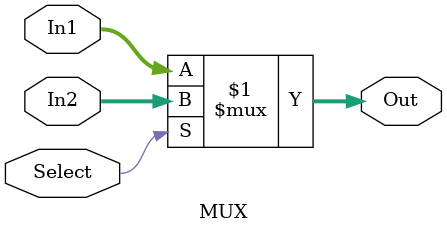
<source format=v>

`timescale 1ns/1ns

module MUX #( parameter WIDTH = 32 ) (In1, In2, Select, Out);

input Select;
input [WIDTH - 1:0] In1, In2;

output [WIDTH - 1:0] Out;

assign Out = Select? In2 : In1;

endmodule


</source>
